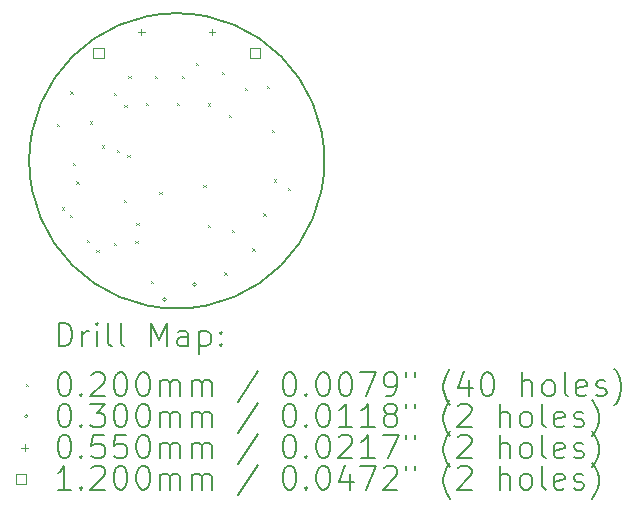
<source format=gbr>
%TF.GenerationSoftware,KiCad,Pcbnew,8.0.5*%
%TF.CreationDate,2025-01-04T18:48:05-06:00*%
%TF.ProjectId,button_transmitter,62757474-6f6e-45f7-9472-616e736d6974,rev?*%
%TF.SameCoordinates,PX481dea0PY631a57d*%
%TF.FileFunction,Drillmap*%
%TF.FilePolarity,Positive*%
%FSLAX45Y45*%
G04 Gerber Fmt 4.5, Leading zero omitted, Abs format (unit mm)*
G04 Created by KiCad (PCBNEW 8.0.5) date 2025-01-04 18:48:05*
%MOMM*%
%LPD*%
G01*
G04 APERTURE LIST*
%ADD10C,0.200000*%
%ADD11C,0.100000*%
%ADD12C,0.120000*%
G04 APERTURE END LIST*
D10*
X1250000Y0D02*
G75*
G02*
X-1250000Y0I-1250000J0D01*
G01*
X-1250000Y0D02*
G75*
G02*
X1250000Y0I1250000J0D01*
G01*
D11*
X-1014000Y312693D02*
X-994000Y292693D01*
X-994000Y312693D02*
X-1014000Y292693D01*
X-972000Y-393307D02*
X-952000Y-413307D01*
X-952000Y-393307D02*
X-972000Y-413307D01*
X-905000Y-458307D02*
X-885000Y-478307D01*
X-885000Y-458307D02*
X-905000Y-478307D01*
X-901000Y587693D02*
X-881000Y567693D01*
X-881000Y587693D02*
X-901000Y567693D01*
X-883000Y-17308D02*
X-863000Y-37308D01*
X-863000Y-17308D02*
X-883000Y-37308D01*
X-851372Y-172496D02*
X-831372Y-192496D01*
X-831372Y-172496D02*
X-851372Y-192496D01*
X-763000Y-668308D02*
X-743000Y-688308D01*
X-743000Y-668308D02*
X-763000Y-688308D01*
X-735000Y335693D02*
X-715000Y315693D01*
X-715000Y335693D02*
X-735000Y315693D01*
X-681000Y-751307D02*
X-661000Y-771307D01*
X-661000Y-751307D02*
X-681000Y-771307D01*
X-637000Y130692D02*
X-617000Y110692D01*
X-617000Y130692D02*
X-637000Y110692D01*
X-534000Y576693D02*
X-514000Y556693D01*
X-514000Y576693D02*
X-534000Y556693D01*
X-533000Y-695308D02*
X-513000Y-715307D01*
X-513000Y-695308D02*
X-533000Y-715307D01*
X-506000Y92692D02*
X-486000Y72693D01*
X-486000Y92692D02*
X-506000Y72693D01*
X-448000Y-329308D02*
X-428000Y-349308D01*
X-428000Y-329308D02*
X-448000Y-349308D01*
X-444000Y472692D02*
X-424000Y452692D01*
X-424000Y472692D02*
X-444000Y452692D01*
X-418000Y50692D02*
X-398000Y30692D01*
X-398000Y50692D02*
X-418000Y30692D01*
X-412000Y718692D02*
X-392000Y698693D01*
X-392000Y718692D02*
X-412000Y698693D01*
X-352000Y-674308D02*
X-332000Y-694308D01*
X-332000Y-674308D02*
X-352000Y-694308D01*
X-343000Y-526308D02*
X-323000Y-546308D01*
X-323000Y-526308D02*
X-343000Y-546308D01*
X-265000Y492692D02*
X-245000Y472692D01*
X-245000Y492692D02*
X-265000Y472692D01*
X-219000Y-1018307D02*
X-199000Y-1038307D01*
X-199000Y-1018307D02*
X-219000Y-1038307D01*
X-184155Y718692D02*
X-164155Y698693D01*
X-164155Y718692D02*
X-184155Y698693D01*
X-148000Y-262308D02*
X-128000Y-282308D01*
X-128000Y-262308D02*
X-148000Y-282308D01*
X-2000Y492692D02*
X18000Y472692D01*
X18000Y492692D02*
X-2000Y472692D01*
X43690Y720603D02*
X63690Y700603D01*
X63690Y720603D02*
X43690Y700603D01*
X163000Y830692D02*
X183000Y810692D01*
X183000Y830692D02*
X163000Y810692D01*
X223000Y-200307D02*
X243000Y-220307D01*
X243000Y-200307D02*
X223000Y-220307D01*
X260000Y-542308D02*
X280000Y-562308D01*
X280000Y-542308D02*
X260000Y-562308D01*
X263000Y487692D02*
X283000Y467692D01*
X283000Y487692D02*
X263000Y467692D01*
X380000Y753224D02*
X400000Y733224D01*
X400000Y753224D02*
X380000Y733224D01*
X402000Y-942307D02*
X422000Y-962307D01*
X422000Y-942307D02*
X402000Y-962307D01*
X439000Y387692D02*
X459000Y367692D01*
X459000Y387692D02*
X439000Y367692D01*
X467000Y-586308D02*
X487000Y-606308D01*
X487000Y-586308D02*
X467000Y-606308D01*
X574886Y616613D02*
X594886Y596613D01*
X594886Y616613D02*
X574886Y596613D01*
X638000Y-741307D02*
X658000Y-761307D01*
X658000Y-741307D02*
X638000Y-761307D01*
X731000Y-444307D02*
X751000Y-464307D01*
X751000Y-444307D02*
X731000Y-464307D01*
X762000Y633693D02*
X782000Y613693D01*
X782000Y633693D02*
X762000Y613693D01*
X807000Y262693D02*
X827000Y242692D01*
X827000Y262693D02*
X807000Y242692D01*
X819000Y-157308D02*
X839000Y-177307D01*
X839000Y-157308D02*
X819000Y-177307D01*
X941000Y-230307D02*
X961000Y-250307D01*
X961000Y-230307D02*
X941000Y-250307D01*
X-89000Y-1175808D02*
G75*
G02*
X-119000Y-1175808I-15000J0D01*
G01*
X-119000Y-1175808D02*
G75*
G02*
X-89000Y-1175808I15000J0D01*
G01*
X165000Y-1048808D02*
G75*
G02*
X135000Y-1048808I-15000J0D01*
G01*
X135000Y-1048808D02*
G75*
G02*
X165000Y-1048808I15000J0D01*
G01*
X-300000Y1120193D02*
X-300000Y1065193D01*
X-327500Y1092693D02*
X-272500Y1092693D01*
X300000Y1120193D02*
X300000Y1065193D01*
X272500Y1092693D02*
X327500Y1092693D01*
D12*
X-620573Y873266D02*
X-620573Y958119D01*
X-705427Y958119D01*
X-705427Y873266D01*
X-620573Y873266D01*
X703427Y873266D02*
X703427Y958119D01*
X618573Y958119D01*
X618573Y873266D01*
X703427Y873266D01*
D10*
X-999223Y-1571484D02*
X-999223Y-1371484D01*
X-999223Y-1371484D02*
X-951604Y-1371484D01*
X-951604Y-1371484D02*
X-923033Y-1381008D01*
X-923033Y-1381008D02*
X-903985Y-1400055D01*
X-903985Y-1400055D02*
X-894461Y-1419103D01*
X-894461Y-1419103D02*
X-884937Y-1457198D01*
X-884937Y-1457198D02*
X-884937Y-1485769D01*
X-884937Y-1485769D02*
X-894461Y-1523865D01*
X-894461Y-1523865D02*
X-903985Y-1542912D01*
X-903985Y-1542912D02*
X-923033Y-1561960D01*
X-923033Y-1561960D02*
X-951604Y-1571484D01*
X-951604Y-1571484D02*
X-999223Y-1571484D01*
X-799223Y-1571484D02*
X-799223Y-1438150D01*
X-799223Y-1476246D02*
X-789699Y-1457198D01*
X-789699Y-1457198D02*
X-780176Y-1447674D01*
X-780176Y-1447674D02*
X-761128Y-1438150D01*
X-761128Y-1438150D02*
X-742080Y-1438150D01*
X-675414Y-1571484D02*
X-675414Y-1438150D01*
X-675414Y-1371484D02*
X-684938Y-1381008D01*
X-684938Y-1381008D02*
X-675414Y-1390531D01*
X-675414Y-1390531D02*
X-665890Y-1381008D01*
X-665890Y-1381008D02*
X-675414Y-1371484D01*
X-675414Y-1371484D02*
X-675414Y-1390531D01*
X-551604Y-1571484D02*
X-570652Y-1561960D01*
X-570652Y-1561960D02*
X-580176Y-1542912D01*
X-580176Y-1542912D02*
X-580176Y-1371484D01*
X-446842Y-1571484D02*
X-465890Y-1561960D01*
X-465890Y-1561960D02*
X-475414Y-1542912D01*
X-475414Y-1542912D02*
X-475414Y-1371484D01*
X-218271Y-1571484D02*
X-218271Y-1371484D01*
X-218271Y-1371484D02*
X-151604Y-1514341D01*
X-151604Y-1514341D02*
X-84938Y-1371484D01*
X-84938Y-1371484D02*
X-84938Y-1571484D01*
X96015Y-1571484D02*
X96015Y-1466722D01*
X96015Y-1466722D02*
X86491Y-1447674D01*
X86491Y-1447674D02*
X67444Y-1438150D01*
X67444Y-1438150D02*
X29348Y-1438150D01*
X29348Y-1438150D02*
X10301Y-1447674D01*
X96015Y-1561960D02*
X76967Y-1571484D01*
X76967Y-1571484D02*
X29348Y-1571484D01*
X29348Y-1571484D02*
X10301Y-1561960D01*
X10301Y-1561960D02*
X777Y-1542912D01*
X777Y-1542912D02*
X777Y-1523865D01*
X777Y-1523865D02*
X10301Y-1504817D01*
X10301Y-1504817D02*
X29348Y-1495293D01*
X29348Y-1495293D02*
X76967Y-1495293D01*
X76967Y-1495293D02*
X96015Y-1485769D01*
X191253Y-1438150D02*
X191253Y-1638150D01*
X191253Y-1447674D02*
X210301Y-1438150D01*
X210301Y-1438150D02*
X248396Y-1438150D01*
X248396Y-1438150D02*
X267444Y-1447674D01*
X267444Y-1447674D02*
X276967Y-1457198D01*
X276967Y-1457198D02*
X286491Y-1476246D01*
X286491Y-1476246D02*
X286491Y-1533388D01*
X286491Y-1533388D02*
X276967Y-1552436D01*
X276967Y-1552436D02*
X267444Y-1561960D01*
X267444Y-1561960D02*
X248396Y-1571484D01*
X248396Y-1571484D02*
X210301Y-1571484D01*
X210301Y-1571484D02*
X191253Y-1561960D01*
X372205Y-1552436D02*
X381729Y-1561960D01*
X381729Y-1561960D02*
X372205Y-1571484D01*
X372205Y-1571484D02*
X362682Y-1561960D01*
X362682Y-1561960D02*
X372205Y-1552436D01*
X372205Y-1552436D02*
X372205Y-1571484D01*
X372205Y-1447674D02*
X381729Y-1457198D01*
X381729Y-1457198D02*
X372205Y-1466722D01*
X372205Y-1466722D02*
X362682Y-1457198D01*
X362682Y-1457198D02*
X372205Y-1447674D01*
X372205Y-1447674D02*
X372205Y-1466722D01*
D11*
X-1280000Y-1890000D02*
X-1260000Y-1910000D01*
X-1260000Y-1890000D02*
X-1280000Y-1910000D01*
D10*
X-961128Y-1791484D02*
X-942080Y-1791484D01*
X-942080Y-1791484D02*
X-923033Y-1801008D01*
X-923033Y-1801008D02*
X-913509Y-1810531D01*
X-913509Y-1810531D02*
X-903985Y-1829579D01*
X-903985Y-1829579D02*
X-894461Y-1867674D01*
X-894461Y-1867674D02*
X-894461Y-1915293D01*
X-894461Y-1915293D02*
X-903985Y-1953388D01*
X-903985Y-1953388D02*
X-913509Y-1972436D01*
X-913509Y-1972436D02*
X-923033Y-1981960D01*
X-923033Y-1981960D02*
X-942080Y-1991484D01*
X-942080Y-1991484D02*
X-961128Y-1991484D01*
X-961128Y-1991484D02*
X-980176Y-1981960D01*
X-980176Y-1981960D02*
X-989699Y-1972436D01*
X-989699Y-1972436D02*
X-999223Y-1953388D01*
X-999223Y-1953388D02*
X-1008747Y-1915293D01*
X-1008747Y-1915293D02*
X-1008747Y-1867674D01*
X-1008747Y-1867674D02*
X-999223Y-1829579D01*
X-999223Y-1829579D02*
X-989699Y-1810531D01*
X-989699Y-1810531D02*
X-980176Y-1801008D01*
X-980176Y-1801008D02*
X-961128Y-1791484D01*
X-808747Y-1972436D02*
X-799223Y-1981960D01*
X-799223Y-1981960D02*
X-808747Y-1991484D01*
X-808747Y-1991484D02*
X-818271Y-1981960D01*
X-818271Y-1981960D02*
X-808747Y-1972436D01*
X-808747Y-1972436D02*
X-808747Y-1991484D01*
X-723033Y-1810531D02*
X-713509Y-1801008D01*
X-713509Y-1801008D02*
X-694461Y-1791484D01*
X-694461Y-1791484D02*
X-646842Y-1791484D01*
X-646842Y-1791484D02*
X-627795Y-1801008D01*
X-627795Y-1801008D02*
X-618271Y-1810531D01*
X-618271Y-1810531D02*
X-608747Y-1829579D01*
X-608747Y-1829579D02*
X-608747Y-1848627D01*
X-608747Y-1848627D02*
X-618271Y-1877198D01*
X-618271Y-1877198D02*
X-732556Y-1991484D01*
X-732556Y-1991484D02*
X-608747Y-1991484D01*
X-484937Y-1791484D02*
X-465890Y-1791484D01*
X-465890Y-1791484D02*
X-446842Y-1801008D01*
X-446842Y-1801008D02*
X-437318Y-1810531D01*
X-437318Y-1810531D02*
X-427795Y-1829579D01*
X-427795Y-1829579D02*
X-418271Y-1867674D01*
X-418271Y-1867674D02*
X-418271Y-1915293D01*
X-418271Y-1915293D02*
X-427795Y-1953388D01*
X-427795Y-1953388D02*
X-437318Y-1972436D01*
X-437318Y-1972436D02*
X-446842Y-1981960D01*
X-446842Y-1981960D02*
X-465890Y-1991484D01*
X-465890Y-1991484D02*
X-484937Y-1991484D01*
X-484937Y-1991484D02*
X-503985Y-1981960D01*
X-503985Y-1981960D02*
X-513509Y-1972436D01*
X-513509Y-1972436D02*
X-523033Y-1953388D01*
X-523033Y-1953388D02*
X-532557Y-1915293D01*
X-532557Y-1915293D02*
X-532557Y-1867674D01*
X-532557Y-1867674D02*
X-523033Y-1829579D01*
X-523033Y-1829579D02*
X-513509Y-1810531D01*
X-513509Y-1810531D02*
X-503985Y-1801008D01*
X-503985Y-1801008D02*
X-484937Y-1791484D01*
X-294461Y-1791484D02*
X-275414Y-1791484D01*
X-275414Y-1791484D02*
X-256366Y-1801008D01*
X-256366Y-1801008D02*
X-246842Y-1810531D01*
X-246842Y-1810531D02*
X-237318Y-1829579D01*
X-237318Y-1829579D02*
X-227795Y-1867674D01*
X-227795Y-1867674D02*
X-227795Y-1915293D01*
X-227795Y-1915293D02*
X-237318Y-1953388D01*
X-237318Y-1953388D02*
X-246842Y-1972436D01*
X-246842Y-1972436D02*
X-256366Y-1981960D01*
X-256366Y-1981960D02*
X-275414Y-1991484D01*
X-275414Y-1991484D02*
X-294461Y-1991484D01*
X-294461Y-1991484D02*
X-313509Y-1981960D01*
X-313509Y-1981960D02*
X-323033Y-1972436D01*
X-323033Y-1972436D02*
X-332557Y-1953388D01*
X-332557Y-1953388D02*
X-342080Y-1915293D01*
X-342080Y-1915293D02*
X-342080Y-1867674D01*
X-342080Y-1867674D02*
X-332557Y-1829579D01*
X-332557Y-1829579D02*
X-323033Y-1810531D01*
X-323033Y-1810531D02*
X-313509Y-1801008D01*
X-313509Y-1801008D02*
X-294461Y-1791484D01*
X-142080Y-1991484D02*
X-142080Y-1858150D01*
X-142080Y-1877198D02*
X-132557Y-1867674D01*
X-132557Y-1867674D02*
X-113509Y-1858150D01*
X-113509Y-1858150D02*
X-84937Y-1858150D01*
X-84937Y-1858150D02*
X-65890Y-1867674D01*
X-65890Y-1867674D02*
X-56366Y-1886722D01*
X-56366Y-1886722D02*
X-56366Y-1991484D01*
X-56366Y-1886722D02*
X-46842Y-1867674D01*
X-46842Y-1867674D02*
X-27795Y-1858150D01*
X-27795Y-1858150D02*
X777Y-1858150D01*
X777Y-1858150D02*
X19825Y-1867674D01*
X19825Y-1867674D02*
X29348Y-1886722D01*
X29348Y-1886722D02*
X29348Y-1991484D01*
X124586Y-1991484D02*
X124586Y-1858150D01*
X124586Y-1877198D02*
X134110Y-1867674D01*
X134110Y-1867674D02*
X153158Y-1858150D01*
X153158Y-1858150D02*
X181729Y-1858150D01*
X181729Y-1858150D02*
X200777Y-1867674D01*
X200777Y-1867674D02*
X210301Y-1886722D01*
X210301Y-1886722D02*
X210301Y-1991484D01*
X210301Y-1886722D02*
X219824Y-1867674D01*
X219824Y-1867674D02*
X238872Y-1858150D01*
X238872Y-1858150D02*
X267444Y-1858150D01*
X267444Y-1858150D02*
X286491Y-1867674D01*
X286491Y-1867674D02*
X296015Y-1886722D01*
X296015Y-1886722D02*
X296015Y-1991484D01*
X686491Y-1781960D02*
X515063Y-2039103D01*
X943634Y-1791484D02*
X962682Y-1791484D01*
X962682Y-1791484D02*
X981729Y-1801008D01*
X981729Y-1801008D02*
X991253Y-1810531D01*
X991253Y-1810531D02*
X1000777Y-1829579D01*
X1000777Y-1829579D02*
X1010301Y-1867674D01*
X1010301Y-1867674D02*
X1010301Y-1915293D01*
X1010301Y-1915293D02*
X1000777Y-1953388D01*
X1000777Y-1953388D02*
X991253Y-1972436D01*
X991253Y-1972436D02*
X981729Y-1981960D01*
X981729Y-1981960D02*
X962682Y-1991484D01*
X962682Y-1991484D02*
X943634Y-1991484D01*
X943634Y-1991484D02*
X924586Y-1981960D01*
X924586Y-1981960D02*
X915063Y-1972436D01*
X915063Y-1972436D02*
X905539Y-1953388D01*
X905539Y-1953388D02*
X896015Y-1915293D01*
X896015Y-1915293D02*
X896015Y-1867674D01*
X896015Y-1867674D02*
X905539Y-1829579D01*
X905539Y-1829579D02*
X915063Y-1810531D01*
X915063Y-1810531D02*
X924586Y-1801008D01*
X924586Y-1801008D02*
X943634Y-1791484D01*
X1096015Y-1972436D02*
X1105539Y-1981960D01*
X1105539Y-1981960D02*
X1096015Y-1991484D01*
X1096015Y-1991484D02*
X1086491Y-1981960D01*
X1086491Y-1981960D02*
X1096015Y-1972436D01*
X1096015Y-1972436D02*
X1096015Y-1991484D01*
X1229348Y-1791484D02*
X1248396Y-1791484D01*
X1248396Y-1791484D02*
X1267444Y-1801008D01*
X1267444Y-1801008D02*
X1276968Y-1810531D01*
X1276968Y-1810531D02*
X1286491Y-1829579D01*
X1286491Y-1829579D02*
X1296015Y-1867674D01*
X1296015Y-1867674D02*
X1296015Y-1915293D01*
X1296015Y-1915293D02*
X1286491Y-1953388D01*
X1286491Y-1953388D02*
X1276968Y-1972436D01*
X1276968Y-1972436D02*
X1267444Y-1981960D01*
X1267444Y-1981960D02*
X1248396Y-1991484D01*
X1248396Y-1991484D02*
X1229348Y-1991484D01*
X1229348Y-1991484D02*
X1210301Y-1981960D01*
X1210301Y-1981960D02*
X1200777Y-1972436D01*
X1200777Y-1972436D02*
X1191253Y-1953388D01*
X1191253Y-1953388D02*
X1181729Y-1915293D01*
X1181729Y-1915293D02*
X1181729Y-1867674D01*
X1181729Y-1867674D02*
X1191253Y-1829579D01*
X1191253Y-1829579D02*
X1200777Y-1810531D01*
X1200777Y-1810531D02*
X1210301Y-1801008D01*
X1210301Y-1801008D02*
X1229348Y-1791484D01*
X1419825Y-1791484D02*
X1438872Y-1791484D01*
X1438872Y-1791484D02*
X1457920Y-1801008D01*
X1457920Y-1801008D02*
X1467444Y-1810531D01*
X1467444Y-1810531D02*
X1476967Y-1829579D01*
X1476967Y-1829579D02*
X1486491Y-1867674D01*
X1486491Y-1867674D02*
X1486491Y-1915293D01*
X1486491Y-1915293D02*
X1476967Y-1953388D01*
X1476967Y-1953388D02*
X1467444Y-1972436D01*
X1467444Y-1972436D02*
X1457920Y-1981960D01*
X1457920Y-1981960D02*
X1438872Y-1991484D01*
X1438872Y-1991484D02*
X1419825Y-1991484D01*
X1419825Y-1991484D02*
X1400777Y-1981960D01*
X1400777Y-1981960D02*
X1391253Y-1972436D01*
X1391253Y-1972436D02*
X1381729Y-1953388D01*
X1381729Y-1953388D02*
X1372206Y-1915293D01*
X1372206Y-1915293D02*
X1372206Y-1867674D01*
X1372206Y-1867674D02*
X1381729Y-1829579D01*
X1381729Y-1829579D02*
X1391253Y-1810531D01*
X1391253Y-1810531D02*
X1400777Y-1801008D01*
X1400777Y-1801008D02*
X1419825Y-1791484D01*
X1553158Y-1791484D02*
X1686491Y-1791484D01*
X1686491Y-1791484D02*
X1600777Y-1991484D01*
X1772206Y-1991484D02*
X1810301Y-1991484D01*
X1810301Y-1991484D02*
X1829348Y-1981960D01*
X1829348Y-1981960D02*
X1838872Y-1972436D01*
X1838872Y-1972436D02*
X1857920Y-1943865D01*
X1857920Y-1943865D02*
X1867444Y-1905769D01*
X1867444Y-1905769D02*
X1867444Y-1829579D01*
X1867444Y-1829579D02*
X1857920Y-1810531D01*
X1857920Y-1810531D02*
X1848396Y-1801008D01*
X1848396Y-1801008D02*
X1829348Y-1791484D01*
X1829348Y-1791484D02*
X1791253Y-1791484D01*
X1791253Y-1791484D02*
X1772206Y-1801008D01*
X1772206Y-1801008D02*
X1762682Y-1810531D01*
X1762682Y-1810531D02*
X1753158Y-1829579D01*
X1753158Y-1829579D02*
X1753158Y-1877198D01*
X1753158Y-1877198D02*
X1762682Y-1896246D01*
X1762682Y-1896246D02*
X1772206Y-1905769D01*
X1772206Y-1905769D02*
X1791253Y-1915293D01*
X1791253Y-1915293D02*
X1829348Y-1915293D01*
X1829348Y-1915293D02*
X1848396Y-1905769D01*
X1848396Y-1905769D02*
X1857920Y-1896246D01*
X1857920Y-1896246D02*
X1867444Y-1877198D01*
X1943634Y-1791484D02*
X1943634Y-1829579D01*
X2019825Y-1791484D02*
X2019825Y-1829579D01*
X2315063Y-2067674D02*
X2305539Y-2058150D01*
X2305539Y-2058150D02*
X2286491Y-2029579D01*
X2286491Y-2029579D02*
X2276968Y-2010531D01*
X2276968Y-2010531D02*
X2267444Y-1981960D01*
X2267444Y-1981960D02*
X2257920Y-1934341D01*
X2257920Y-1934341D02*
X2257920Y-1896246D01*
X2257920Y-1896246D02*
X2267444Y-1848627D01*
X2267444Y-1848627D02*
X2276968Y-1820055D01*
X2276968Y-1820055D02*
X2286491Y-1801008D01*
X2286491Y-1801008D02*
X2305539Y-1772436D01*
X2305539Y-1772436D02*
X2315063Y-1762912D01*
X2476968Y-1858150D02*
X2476968Y-1991484D01*
X2429349Y-1781960D02*
X2381730Y-1924817D01*
X2381730Y-1924817D02*
X2505539Y-1924817D01*
X2619825Y-1791484D02*
X2638872Y-1791484D01*
X2638872Y-1791484D02*
X2657920Y-1801008D01*
X2657920Y-1801008D02*
X2667444Y-1810531D01*
X2667444Y-1810531D02*
X2676968Y-1829579D01*
X2676968Y-1829579D02*
X2686491Y-1867674D01*
X2686491Y-1867674D02*
X2686491Y-1915293D01*
X2686491Y-1915293D02*
X2676968Y-1953388D01*
X2676968Y-1953388D02*
X2667444Y-1972436D01*
X2667444Y-1972436D02*
X2657920Y-1981960D01*
X2657920Y-1981960D02*
X2638872Y-1991484D01*
X2638872Y-1991484D02*
X2619825Y-1991484D01*
X2619825Y-1991484D02*
X2600777Y-1981960D01*
X2600777Y-1981960D02*
X2591253Y-1972436D01*
X2591253Y-1972436D02*
X2581730Y-1953388D01*
X2581730Y-1953388D02*
X2572206Y-1915293D01*
X2572206Y-1915293D02*
X2572206Y-1867674D01*
X2572206Y-1867674D02*
X2581730Y-1829579D01*
X2581730Y-1829579D02*
X2591253Y-1810531D01*
X2591253Y-1810531D02*
X2600777Y-1801008D01*
X2600777Y-1801008D02*
X2619825Y-1791484D01*
X2924587Y-1991484D02*
X2924587Y-1791484D01*
X3010301Y-1991484D02*
X3010301Y-1886722D01*
X3010301Y-1886722D02*
X3000777Y-1867674D01*
X3000777Y-1867674D02*
X2981730Y-1858150D01*
X2981730Y-1858150D02*
X2953158Y-1858150D01*
X2953158Y-1858150D02*
X2934110Y-1867674D01*
X2934110Y-1867674D02*
X2924587Y-1877198D01*
X3134110Y-1991484D02*
X3115063Y-1981960D01*
X3115063Y-1981960D02*
X3105539Y-1972436D01*
X3105539Y-1972436D02*
X3096015Y-1953388D01*
X3096015Y-1953388D02*
X3096015Y-1896246D01*
X3096015Y-1896246D02*
X3105539Y-1877198D01*
X3105539Y-1877198D02*
X3115063Y-1867674D01*
X3115063Y-1867674D02*
X3134110Y-1858150D01*
X3134110Y-1858150D02*
X3162682Y-1858150D01*
X3162682Y-1858150D02*
X3181730Y-1867674D01*
X3181730Y-1867674D02*
X3191253Y-1877198D01*
X3191253Y-1877198D02*
X3200777Y-1896246D01*
X3200777Y-1896246D02*
X3200777Y-1953388D01*
X3200777Y-1953388D02*
X3191253Y-1972436D01*
X3191253Y-1972436D02*
X3181730Y-1981960D01*
X3181730Y-1981960D02*
X3162682Y-1991484D01*
X3162682Y-1991484D02*
X3134110Y-1991484D01*
X3315063Y-1991484D02*
X3296015Y-1981960D01*
X3296015Y-1981960D02*
X3286491Y-1962912D01*
X3286491Y-1962912D02*
X3286491Y-1791484D01*
X3467444Y-1981960D02*
X3448396Y-1991484D01*
X3448396Y-1991484D02*
X3410301Y-1991484D01*
X3410301Y-1991484D02*
X3391253Y-1981960D01*
X3391253Y-1981960D02*
X3381730Y-1962912D01*
X3381730Y-1962912D02*
X3381730Y-1886722D01*
X3381730Y-1886722D02*
X3391253Y-1867674D01*
X3391253Y-1867674D02*
X3410301Y-1858150D01*
X3410301Y-1858150D02*
X3448396Y-1858150D01*
X3448396Y-1858150D02*
X3467444Y-1867674D01*
X3467444Y-1867674D02*
X3476968Y-1886722D01*
X3476968Y-1886722D02*
X3476968Y-1905769D01*
X3476968Y-1905769D02*
X3381730Y-1924817D01*
X3553158Y-1981960D02*
X3572206Y-1991484D01*
X3572206Y-1991484D02*
X3610301Y-1991484D01*
X3610301Y-1991484D02*
X3629349Y-1981960D01*
X3629349Y-1981960D02*
X3638872Y-1962912D01*
X3638872Y-1962912D02*
X3638872Y-1953388D01*
X3638872Y-1953388D02*
X3629349Y-1934341D01*
X3629349Y-1934341D02*
X3610301Y-1924817D01*
X3610301Y-1924817D02*
X3581730Y-1924817D01*
X3581730Y-1924817D02*
X3562682Y-1915293D01*
X3562682Y-1915293D02*
X3553158Y-1896246D01*
X3553158Y-1896246D02*
X3553158Y-1886722D01*
X3553158Y-1886722D02*
X3562682Y-1867674D01*
X3562682Y-1867674D02*
X3581730Y-1858150D01*
X3581730Y-1858150D02*
X3610301Y-1858150D01*
X3610301Y-1858150D02*
X3629349Y-1867674D01*
X3705539Y-2067674D02*
X3715063Y-2058150D01*
X3715063Y-2058150D02*
X3734111Y-2029579D01*
X3734111Y-2029579D02*
X3743634Y-2010531D01*
X3743634Y-2010531D02*
X3753158Y-1981960D01*
X3753158Y-1981960D02*
X3762682Y-1934341D01*
X3762682Y-1934341D02*
X3762682Y-1896246D01*
X3762682Y-1896246D02*
X3753158Y-1848627D01*
X3753158Y-1848627D02*
X3743634Y-1820055D01*
X3743634Y-1820055D02*
X3734111Y-1801008D01*
X3734111Y-1801008D02*
X3715063Y-1772436D01*
X3715063Y-1772436D02*
X3705539Y-1762912D01*
D11*
X-1260000Y-2164000D02*
G75*
G02*
X-1290000Y-2164000I-15000J0D01*
G01*
X-1290000Y-2164000D02*
G75*
G02*
X-1260000Y-2164000I15000J0D01*
G01*
D10*
X-961128Y-2055484D02*
X-942080Y-2055484D01*
X-942080Y-2055484D02*
X-923033Y-2065008D01*
X-923033Y-2065008D02*
X-913509Y-2074531D01*
X-913509Y-2074531D02*
X-903985Y-2093579D01*
X-903985Y-2093579D02*
X-894461Y-2131674D01*
X-894461Y-2131674D02*
X-894461Y-2179293D01*
X-894461Y-2179293D02*
X-903985Y-2217389D01*
X-903985Y-2217389D02*
X-913509Y-2236436D01*
X-913509Y-2236436D02*
X-923033Y-2245960D01*
X-923033Y-2245960D02*
X-942080Y-2255484D01*
X-942080Y-2255484D02*
X-961128Y-2255484D01*
X-961128Y-2255484D02*
X-980176Y-2245960D01*
X-980176Y-2245960D02*
X-989699Y-2236436D01*
X-989699Y-2236436D02*
X-999223Y-2217389D01*
X-999223Y-2217389D02*
X-1008747Y-2179293D01*
X-1008747Y-2179293D02*
X-1008747Y-2131674D01*
X-1008747Y-2131674D02*
X-999223Y-2093579D01*
X-999223Y-2093579D02*
X-989699Y-2074531D01*
X-989699Y-2074531D02*
X-980176Y-2065008D01*
X-980176Y-2065008D02*
X-961128Y-2055484D01*
X-808747Y-2236436D02*
X-799223Y-2245960D01*
X-799223Y-2245960D02*
X-808747Y-2255484D01*
X-808747Y-2255484D02*
X-818271Y-2245960D01*
X-818271Y-2245960D02*
X-808747Y-2236436D01*
X-808747Y-2236436D02*
X-808747Y-2255484D01*
X-732556Y-2055484D02*
X-608747Y-2055484D01*
X-608747Y-2055484D02*
X-675414Y-2131674D01*
X-675414Y-2131674D02*
X-646842Y-2131674D01*
X-646842Y-2131674D02*
X-627795Y-2141198D01*
X-627795Y-2141198D02*
X-618271Y-2150722D01*
X-618271Y-2150722D02*
X-608747Y-2169770D01*
X-608747Y-2169770D02*
X-608747Y-2217389D01*
X-608747Y-2217389D02*
X-618271Y-2236436D01*
X-618271Y-2236436D02*
X-627795Y-2245960D01*
X-627795Y-2245960D02*
X-646842Y-2255484D01*
X-646842Y-2255484D02*
X-703985Y-2255484D01*
X-703985Y-2255484D02*
X-723033Y-2245960D01*
X-723033Y-2245960D02*
X-732556Y-2236436D01*
X-484937Y-2055484D02*
X-465890Y-2055484D01*
X-465890Y-2055484D02*
X-446842Y-2065008D01*
X-446842Y-2065008D02*
X-437318Y-2074531D01*
X-437318Y-2074531D02*
X-427795Y-2093579D01*
X-427795Y-2093579D02*
X-418271Y-2131674D01*
X-418271Y-2131674D02*
X-418271Y-2179293D01*
X-418271Y-2179293D02*
X-427795Y-2217389D01*
X-427795Y-2217389D02*
X-437318Y-2236436D01*
X-437318Y-2236436D02*
X-446842Y-2245960D01*
X-446842Y-2245960D02*
X-465890Y-2255484D01*
X-465890Y-2255484D02*
X-484937Y-2255484D01*
X-484937Y-2255484D02*
X-503985Y-2245960D01*
X-503985Y-2245960D02*
X-513509Y-2236436D01*
X-513509Y-2236436D02*
X-523033Y-2217389D01*
X-523033Y-2217389D02*
X-532557Y-2179293D01*
X-532557Y-2179293D02*
X-532557Y-2131674D01*
X-532557Y-2131674D02*
X-523033Y-2093579D01*
X-523033Y-2093579D02*
X-513509Y-2074531D01*
X-513509Y-2074531D02*
X-503985Y-2065008D01*
X-503985Y-2065008D02*
X-484937Y-2055484D01*
X-294461Y-2055484D02*
X-275414Y-2055484D01*
X-275414Y-2055484D02*
X-256366Y-2065008D01*
X-256366Y-2065008D02*
X-246842Y-2074531D01*
X-246842Y-2074531D02*
X-237318Y-2093579D01*
X-237318Y-2093579D02*
X-227795Y-2131674D01*
X-227795Y-2131674D02*
X-227795Y-2179293D01*
X-227795Y-2179293D02*
X-237318Y-2217389D01*
X-237318Y-2217389D02*
X-246842Y-2236436D01*
X-246842Y-2236436D02*
X-256366Y-2245960D01*
X-256366Y-2245960D02*
X-275414Y-2255484D01*
X-275414Y-2255484D02*
X-294461Y-2255484D01*
X-294461Y-2255484D02*
X-313509Y-2245960D01*
X-313509Y-2245960D02*
X-323033Y-2236436D01*
X-323033Y-2236436D02*
X-332557Y-2217389D01*
X-332557Y-2217389D02*
X-342080Y-2179293D01*
X-342080Y-2179293D02*
X-342080Y-2131674D01*
X-342080Y-2131674D02*
X-332557Y-2093579D01*
X-332557Y-2093579D02*
X-323033Y-2074531D01*
X-323033Y-2074531D02*
X-313509Y-2065008D01*
X-313509Y-2065008D02*
X-294461Y-2055484D01*
X-142080Y-2255484D02*
X-142080Y-2122150D01*
X-142080Y-2141198D02*
X-132557Y-2131674D01*
X-132557Y-2131674D02*
X-113509Y-2122150D01*
X-113509Y-2122150D02*
X-84937Y-2122150D01*
X-84937Y-2122150D02*
X-65890Y-2131674D01*
X-65890Y-2131674D02*
X-56366Y-2150722D01*
X-56366Y-2150722D02*
X-56366Y-2255484D01*
X-56366Y-2150722D02*
X-46842Y-2131674D01*
X-46842Y-2131674D02*
X-27795Y-2122150D01*
X-27795Y-2122150D02*
X777Y-2122150D01*
X777Y-2122150D02*
X19825Y-2131674D01*
X19825Y-2131674D02*
X29348Y-2150722D01*
X29348Y-2150722D02*
X29348Y-2255484D01*
X124586Y-2255484D02*
X124586Y-2122150D01*
X124586Y-2141198D02*
X134110Y-2131674D01*
X134110Y-2131674D02*
X153158Y-2122150D01*
X153158Y-2122150D02*
X181729Y-2122150D01*
X181729Y-2122150D02*
X200777Y-2131674D01*
X200777Y-2131674D02*
X210301Y-2150722D01*
X210301Y-2150722D02*
X210301Y-2255484D01*
X210301Y-2150722D02*
X219824Y-2131674D01*
X219824Y-2131674D02*
X238872Y-2122150D01*
X238872Y-2122150D02*
X267444Y-2122150D01*
X267444Y-2122150D02*
X286491Y-2131674D01*
X286491Y-2131674D02*
X296015Y-2150722D01*
X296015Y-2150722D02*
X296015Y-2255484D01*
X686491Y-2045960D02*
X515063Y-2303103D01*
X943634Y-2055484D02*
X962682Y-2055484D01*
X962682Y-2055484D02*
X981729Y-2065008D01*
X981729Y-2065008D02*
X991253Y-2074531D01*
X991253Y-2074531D02*
X1000777Y-2093579D01*
X1000777Y-2093579D02*
X1010301Y-2131674D01*
X1010301Y-2131674D02*
X1010301Y-2179293D01*
X1010301Y-2179293D02*
X1000777Y-2217389D01*
X1000777Y-2217389D02*
X991253Y-2236436D01*
X991253Y-2236436D02*
X981729Y-2245960D01*
X981729Y-2245960D02*
X962682Y-2255484D01*
X962682Y-2255484D02*
X943634Y-2255484D01*
X943634Y-2255484D02*
X924586Y-2245960D01*
X924586Y-2245960D02*
X915063Y-2236436D01*
X915063Y-2236436D02*
X905539Y-2217389D01*
X905539Y-2217389D02*
X896015Y-2179293D01*
X896015Y-2179293D02*
X896015Y-2131674D01*
X896015Y-2131674D02*
X905539Y-2093579D01*
X905539Y-2093579D02*
X915063Y-2074531D01*
X915063Y-2074531D02*
X924586Y-2065008D01*
X924586Y-2065008D02*
X943634Y-2055484D01*
X1096015Y-2236436D02*
X1105539Y-2245960D01*
X1105539Y-2245960D02*
X1096015Y-2255484D01*
X1096015Y-2255484D02*
X1086491Y-2245960D01*
X1086491Y-2245960D02*
X1096015Y-2236436D01*
X1096015Y-2236436D02*
X1096015Y-2255484D01*
X1229348Y-2055484D02*
X1248396Y-2055484D01*
X1248396Y-2055484D02*
X1267444Y-2065008D01*
X1267444Y-2065008D02*
X1276968Y-2074531D01*
X1276968Y-2074531D02*
X1286491Y-2093579D01*
X1286491Y-2093579D02*
X1296015Y-2131674D01*
X1296015Y-2131674D02*
X1296015Y-2179293D01*
X1296015Y-2179293D02*
X1286491Y-2217389D01*
X1286491Y-2217389D02*
X1276968Y-2236436D01*
X1276968Y-2236436D02*
X1267444Y-2245960D01*
X1267444Y-2245960D02*
X1248396Y-2255484D01*
X1248396Y-2255484D02*
X1229348Y-2255484D01*
X1229348Y-2255484D02*
X1210301Y-2245960D01*
X1210301Y-2245960D02*
X1200777Y-2236436D01*
X1200777Y-2236436D02*
X1191253Y-2217389D01*
X1191253Y-2217389D02*
X1181729Y-2179293D01*
X1181729Y-2179293D02*
X1181729Y-2131674D01*
X1181729Y-2131674D02*
X1191253Y-2093579D01*
X1191253Y-2093579D02*
X1200777Y-2074531D01*
X1200777Y-2074531D02*
X1210301Y-2065008D01*
X1210301Y-2065008D02*
X1229348Y-2055484D01*
X1486491Y-2255484D02*
X1372206Y-2255484D01*
X1429348Y-2255484D02*
X1429348Y-2055484D01*
X1429348Y-2055484D02*
X1410301Y-2084055D01*
X1410301Y-2084055D02*
X1391253Y-2103103D01*
X1391253Y-2103103D02*
X1372206Y-2112627D01*
X1676967Y-2255484D02*
X1562682Y-2255484D01*
X1619825Y-2255484D02*
X1619825Y-2055484D01*
X1619825Y-2055484D02*
X1600777Y-2084055D01*
X1600777Y-2084055D02*
X1581729Y-2103103D01*
X1581729Y-2103103D02*
X1562682Y-2112627D01*
X1791253Y-2141198D02*
X1772206Y-2131674D01*
X1772206Y-2131674D02*
X1762682Y-2122150D01*
X1762682Y-2122150D02*
X1753158Y-2103103D01*
X1753158Y-2103103D02*
X1753158Y-2093579D01*
X1753158Y-2093579D02*
X1762682Y-2074531D01*
X1762682Y-2074531D02*
X1772206Y-2065008D01*
X1772206Y-2065008D02*
X1791253Y-2055484D01*
X1791253Y-2055484D02*
X1829348Y-2055484D01*
X1829348Y-2055484D02*
X1848396Y-2065008D01*
X1848396Y-2065008D02*
X1857920Y-2074531D01*
X1857920Y-2074531D02*
X1867444Y-2093579D01*
X1867444Y-2093579D02*
X1867444Y-2103103D01*
X1867444Y-2103103D02*
X1857920Y-2122150D01*
X1857920Y-2122150D02*
X1848396Y-2131674D01*
X1848396Y-2131674D02*
X1829348Y-2141198D01*
X1829348Y-2141198D02*
X1791253Y-2141198D01*
X1791253Y-2141198D02*
X1772206Y-2150722D01*
X1772206Y-2150722D02*
X1762682Y-2160246D01*
X1762682Y-2160246D02*
X1753158Y-2179293D01*
X1753158Y-2179293D02*
X1753158Y-2217389D01*
X1753158Y-2217389D02*
X1762682Y-2236436D01*
X1762682Y-2236436D02*
X1772206Y-2245960D01*
X1772206Y-2245960D02*
X1791253Y-2255484D01*
X1791253Y-2255484D02*
X1829348Y-2255484D01*
X1829348Y-2255484D02*
X1848396Y-2245960D01*
X1848396Y-2245960D02*
X1857920Y-2236436D01*
X1857920Y-2236436D02*
X1867444Y-2217389D01*
X1867444Y-2217389D02*
X1867444Y-2179293D01*
X1867444Y-2179293D02*
X1857920Y-2160246D01*
X1857920Y-2160246D02*
X1848396Y-2150722D01*
X1848396Y-2150722D02*
X1829348Y-2141198D01*
X1943634Y-2055484D02*
X1943634Y-2093579D01*
X2019825Y-2055484D02*
X2019825Y-2093579D01*
X2315063Y-2331674D02*
X2305539Y-2322150D01*
X2305539Y-2322150D02*
X2286491Y-2293579D01*
X2286491Y-2293579D02*
X2276968Y-2274531D01*
X2276968Y-2274531D02*
X2267444Y-2245960D01*
X2267444Y-2245960D02*
X2257920Y-2198341D01*
X2257920Y-2198341D02*
X2257920Y-2160246D01*
X2257920Y-2160246D02*
X2267444Y-2112627D01*
X2267444Y-2112627D02*
X2276968Y-2084055D01*
X2276968Y-2084055D02*
X2286491Y-2065008D01*
X2286491Y-2065008D02*
X2305539Y-2036436D01*
X2305539Y-2036436D02*
X2315063Y-2026912D01*
X2381730Y-2074531D02*
X2391253Y-2065008D01*
X2391253Y-2065008D02*
X2410301Y-2055484D01*
X2410301Y-2055484D02*
X2457920Y-2055484D01*
X2457920Y-2055484D02*
X2476968Y-2065008D01*
X2476968Y-2065008D02*
X2486491Y-2074531D01*
X2486491Y-2074531D02*
X2496015Y-2093579D01*
X2496015Y-2093579D02*
X2496015Y-2112627D01*
X2496015Y-2112627D02*
X2486491Y-2141198D01*
X2486491Y-2141198D02*
X2372206Y-2255484D01*
X2372206Y-2255484D02*
X2496015Y-2255484D01*
X2734111Y-2255484D02*
X2734111Y-2055484D01*
X2819825Y-2255484D02*
X2819825Y-2150722D01*
X2819825Y-2150722D02*
X2810301Y-2131674D01*
X2810301Y-2131674D02*
X2791253Y-2122150D01*
X2791253Y-2122150D02*
X2762682Y-2122150D01*
X2762682Y-2122150D02*
X2743634Y-2131674D01*
X2743634Y-2131674D02*
X2734111Y-2141198D01*
X2943634Y-2255484D02*
X2924587Y-2245960D01*
X2924587Y-2245960D02*
X2915063Y-2236436D01*
X2915063Y-2236436D02*
X2905539Y-2217389D01*
X2905539Y-2217389D02*
X2905539Y-2160246D01*
X2905539Y-2160246D02*
X2915063Y-2141198D01*
X2915063Y-2141198D02*
X2924587Y-2131674D01*
X2924587Y-2131674D02*
X2943634Y-2122150D01*
X2943634Y-2122150D02*
X2972206Y-2122150D01*
X2972206Y-2122150D02*
X2991253Y-2131674D01*
X2991253Y-2131674D02*
X3000777Y-2141198D01*
X3000777Y-2141198D02*
X3010301Y-2160246D01*
X3010301Y-2160246D02*
X3010301Y-2217389D01*
X3010301Y-2217389D02*
X3000777Y-2236436D01*
X3000777Y-2236436D02*
X2991253Y-2245960D01*
X2991253Y-2245960D02*
X2972206Y-2255484D01*
X2972206Y-2255484D02*
X2943634Y-2255484D01*
X3124587Y-2255484D02*
X3105539Y-2245960D01*
X3105539Y-2245960D02*
X3096015Y-2226912D01*
X3096015Y-2226912D02*
X3096015Y-2055484D01*
X3276968Y-2245960D02*
X3257920Y-2255484D01*
X3257920Y-2255484D02*
X3219825Y-2255484D01*
X3219825Y-2255484D02*
X3200777Y-2245960D01*
X3200777Y-2245960D02*
X3191253Y-2226912D01*
X3191253Y-2226912D02*
X3191253Y-2150722D01*
X3191253Y-2150722D02*
X3200777Y-2131674D01*
X3200777Y-2131674D02*
X3219825Y-2122150D01*
X3219825Y-2122150D02*
X3257920Y-2122150D01*
X3257920Y-2122150D02*
X3276968Y-2131674D01*
X3276968Y-2131674D02*
X3286491Y-2150722D01*
X3286491Y-2150722D02*
X3286491Y-2169770D01*
X3286491Y-2169770D02*
X3191253Y-2188817D01*
X3362682Y-2245960D02*
X3381730Y-2255484D01*
X3381730Y-2255484D02*
X3419825Y-2255484D01*
X3419825Y-2255484D02*
X3438872Y-2245960D01*
X3438872Y-2245960D02*
X3448396Y-2226912D01*
X3448396Y-2226912D02*
X3448396Y-2217389D01*
X3448396Y-2217389D02*
X3438872Y-2198341D01*
X3438872Y-2198341D02*
X3419825Y-2188817D01*
X3419825Y-2188817D02*
X3391253Y-2188817D01*
X3391253Y-2188817D02*
X3372206Y-2179293D01*
X3372206Y-2179293D02*
X3362682Y-2160246D01*
X3362682Y-2160246D02*
X3362682Y-2150722D01*
X3362682Y-2150722D02*
X3372206Y-2131674D01*
X3372206Y-2131674D02*
X3391253Y-2122150D01*
X3391253Y-2122150D02*
X3419825Y-2122150D01*
X3419825Y-2122150D02*
X3438872Y-2131674D01*
X3515063Y-2331674D02*
X3524587Y-2322150D01*
X3524587Y-2322150D02*
X3543634Y-2293579D01*
X3543634Y-2293579D02*
X3553158Y-2274531D01*
X3553158Y-2274531D02*
X3562682Y-2245960D01*
X3562682Y-2245960D02*
X3572206Y-2198341D01*
X3572206Y-2198341D02*
X3572206Y-2160246D01*
X3572206Y-2160246D02*
X3562682Y-2112627D01*
X3562682Y-2112627D02*
X3553158Y-2084055D01*
X3553158Y-2084055D02*
X3543634Y-2065008D01*
X3543634Y-2065008D02*
X3524587Y-2036436D01*
X3524587Y-2036436D02*
X3515063Y-2026912D01*
D11*
X-1287500Y-2400500D02*
X-1287500Y-2455500D01*
X-1315000Y-2428000D02*
X-1260000Y-2428000D01*
D10*
X-961128Y-2319484D02*
X-942080Y-2319484D01*
X-942080Y-2319484D02*
X-923033Y-2329008D01*
X-923033Y-2329008D02*
X-913509Y-2338531D01*
X-913509Y-2338531D02*
X-903985Y-2357579D01*
X-903985Y-2357579D02*
X-894461Y-2395674D01*
X-894461Y-2395674D02*
X-894461Y-2443293D01*
X-894461Y-2443293D02*
X-903985Y-2481389D01*
X-903985Y-2481389D02*
X-913509Y-2500436D01*
X-913509Y-2500436D02*
X-923033Y-2509960D01*
X-923033Y-2509960D02*
X-942080Y-2519484D01*
X-942080Y-2519484D02*
X-961128Y-2519484D01*
X-961128Y-2519484D02*
X-980176Y-2509960D01*
X-980176Y-2509960D02*
X-989699Y-2500436D01*
X-989699Y-2500436D02*
X-999223Y-2481389D01*
X-999223Y-2481389D02*
X-1008747Y-2443293D01*
X-1008747Y-2443293D02*
X-1008747Y-2395674D01*
X-1008747Y-2395674D02*
X-999223Y-2357579D01*
X-999223Y-2357579D02*
X-989699Y-2338531D01*
X-989699Y-2338531D02*
X-980176Y-2329008D01*
X-980176Y-2329008D02*
X-961128Y-2319484D01*
X-808747Y-2500436D02*
X-799223Y-2509960D01*
X-799223Y-2509960D02*
X-808747Y-2519484D01*
X-808747Y-2519484D02*
X-818271Y-2509960D01*
X-818271Y-2509960D02*
X-808747Y-2500436D01*
X-808747Y-2500436D02*
X-808747Y-2519484D01*
X-618271Y-2319484D02*
X-713509Y-2319484D01*
X-713509Y-2319484D02*
X-723033Y-2414722D01*
X-723033Y-2414722D02*
X-713509Y-2405198D01*
X-713509Y-2405198D02*
X-694461Y-2395674D01*
X-694461Y-2395674D02*
X-646842Y-2395674D01*
X-646842Y-2395674D02*
X-627795Y-2405198D01*
X-627795Y-2405198D02*
X-618271Y-2414722D01*
X-618271Y-2414722D02*
X-608747Y-2433770D01*
X-608747Y-2433770D02*
X-608747Y-2481389D01*
X-608747Y-2481389D02*
X-618271Y-2500436D01*
X-618271Y-2500436D02*
X-627795Y-2509960D01*
X-627795Y-2509960D02*
X-646842Y-2519484D01*
X-646842Y-2519484D02*
X-694461Y-2519484D01*
X-694461Y-2519484D02*
X-713509Y-2509960D01*
X-713509Y-2509960D02*
X-723033Y-2500436D01*
X-427795Y-2319484D02*
X-523033Y-2319484D01*
X-523033Y-2319484D02*
X-532557Y-2414722D01*
X-532557Y-2414722D02*
X-523033Y-2405198D01*
X-523033Y-2405198D02*
X-503985Y-2395674D01*
X-503985Y-2395674D02*
X-456366Y-2395674D01*
X-456366Y-2395674D02*
X-437318Y-2405198D01*
X-437318Y-2405198D02*
X-427795Y-2414722D01*
X-427795Y-2414722D02*
X-418271Y-2433770D01*
X-418271Y-2433770D02*
X-418271Y-2481389D01*
X-418271Y-2481389D02*
X-427795Y-2500436D01*
X-427795Y-2500436D02*
X-437318Y-2509960D01*
X-437318Y-2509960D02*
X-456366Y-2519484D01*
X-456366Y-2519484D02*
X-503985Y-2519484D01*
X-503985Y-2519484D02*
X-523033Y-2509960D01*
X-523033Y-2509960D02*
X-532557Y-2500436D01*
X-294461Y-2319484D02*
X-275414Y-2319484D01*
X-275414Y-2319484D02*
X-256366Y-2329008D01*
X-256366Y-2329008D02*
X-246842Y-2338531D01*
X-246842Y-2338531D02*
X-237318Y-2357579D01*
X-237318Y-2357579D02*
X-227795Y-2395674D01*
X-227795Y-2395674D02*
X-227795Y-2443293D01*
X-227795Y-2443293D02*
X-237318Y-2481389D01*
X-237318Y-2481389D02*
X-246842Y-2500436D01*
X-246842Y-2500436D02*
X-256366Y-2509960D01*
X-256366Y-2509960D02*
X-275414Y-2519484D01*
X-275414Y-2519484D02*
X-294461Y-2519484D01*
X-294461Y-2519484D02*
X-313509Y-2509960D01*
X-313509Y-2509960D02*
X-323033Y-2500436D01*
X-323033Y-2500436D02*
X-332557Y-2481389D01*
X-332557Y-2481389D02*
X-342080Y-2443293D01*
X-342080Y-2443293D02*
X-342080Y-2395674D01*
X-342080Y-2395674D02*
X-332557Y-2357579D01*
X-332557Y-2357579D02*
X-323033Y-2338531D01*
X-323033Y-2338531D02*
X-313509Y-2329008D01*
X-313509Y-2329008D02*
X-294461Y-2319484D01*
X-142080Y-2519484D02*
X-142080Y-2386150D01*
X-142080Y-2405198D02*
X-132557Y-2395674D01*
X-132557Y-2395674D02*
X-113509Y-2386150D01*
X-113509Y-2386150D02*
X-84937Y-2386150D01*
X-84937Y-2386150D02*
X-65890Y-2395674D01*
X-65890Y-2395674D02*
X-56366Y-2414722D01*
X-56366Y-2414722D02*
X-56366Y-2519484D01*
X-56366Y-2414722D02*
X-46842Y-2395674D01*
X-46842Y-2395674D02*
X-27795Y-2386150D01*
X-27795Y-2386150D02*
X777Y-2386150D01*
X777Y-2386150D02*
X19825Y-2395674D01*
X19825Y-2395674D02*
X29348Y-2414722D01*
X29348Y-2414722D02*
X29348Y-2519484D01*
X124586Y-2519484D02*
X124586Y-2386150D01*
X124586Y-2405198D02*
X134110Y-2395674D01*
X134110Y-2395674D02*
X153158Y-2386150D01*
X153158Y-2386150D02*
X181729Y-2386150D01*
X181729Y-2386150D02*
X200777Y-2395674D01*
X200777Y-2395674D02*
X210301Y-2414722D01*
X210301Y-2414722D02*
X210301Y-2519484D01*
X210301Y-2414722D02*
X219824Y-2395674D01*
X219824Y-2395674D02*
X238872Y-2386150D01*
X238872Y-2386150D02*
X267444Y-2386150D01*
X267444Y-2386150D02*
X286491Y-2395674D01*
X286491Y-2395674D02*
X296015Y-2414722D01*
X296015Y-2414722D02*
X296015Y-2519484D01*
X686491Y-2309960D02*
X515063Y-2567103D01*
X943634Y-2319484D02*
X962682Y-2319484D01*
X962682Y-2319484D02*
X981729Y-2329008D01*
X981729Y-2329008D02*
X991253Y-2338531D01*
X991253Y-2338531D02*
X1000777Y-2357579D01*
X1000777Y-2357579D02*
X1010301Y-2395674D01*
X1010301Y-2395674D02*
X1010301Y-2443293D01*
X1010301Y-2443293D02*
X1000777Y-2481389D01*
X1000777Y-2481389D02*
X991253Y-2500436D01*
X991253Y-2500436D02*
X981729Y-2509960D01*
X981729Y-2509960D02*
X962682Y-2519484D01*
X962682Y-2519484D02*
X943634Y-2519484D01*
X943634Y-2519484D02*
X924586Y-2509960D01*
X924586Y-2509960D02*
X915063Y-2500436D01*
X915063Y-2500436D02*
X905539Y-2481389D01*
X905539Y-2481389D02*
X896015Y-2443293D01*
X896015Y-2443293D02*
X896015Y-2395674D01*
X896015Y-2395674D02*
X905539Y-2357579D01*
X905539Y-2357579D02*
X915063Y-2338531D01*
X915063Y-2338531D02*
X924586Y-2329008D01*
X924586Y-2329008D02*
X943634Y-2319484D01*
X1096015Y-2500436D02*
X1105539Y-2509960D01*
X1105539Y-2509960D02*
X1096015Y-2519484D01*
X1096015Y-2519484D02*
X1086491Y-2509960D01*
X1086491Y-2509960D02*
X1096015Y-2500436D01*
X1096015Y-2500436D02*
X1096015Y-2519484D01*
X1229348Y-2319484D02*
X1248396Y-2319484D01*
X1248396Y-2319484D02*
X1267444Y-2329008D01*
X1267444Y-2329008D02*
X1276968Y-2338531D01*
X1276968Y-2338531D02*
X1286491Y-2357579D01*
X1286491Y-2357579D02*
X1296015Y-2395674D01*
X1296015Y-2395674D02*
X1296015Y-2443293D01*
X1296015Y-2443293D02*
X1286491Y-2481389D01*
X1286491Y-2481389D02*
X1276968Y-2500436D01*
X1276968Y-2500436D02*
X1267444Y-2509960D01*
X1267444Y-2509960D02*
X1248396Y-2519484D01*
X1248396Y-2519484D02*
X1229348Y-2519484D01*
X1229348Y-2519484D02*
X1210301Y-2509960D01*
X1210301Y-2509960D02*
X1200777Y-2500436D01*
X1200777Y-2500436D02*
X1191253Y-2481389D01*
X1191253Y-2481389D02*
X1181729Y-2443293D01*
X1181729Y-2443293D02*
X1181729Y-2395674D01*
X1181729Y-2395674D02*
X1191253Y-2357579D01*
X1191253Y-2357579D02*
X1200777Y-2338531D01*
X1200777Y-2338531D02*
X1210301Y-2329008D01*
X1210301Y-2329008D02*
X1229348Y-2319484D01*
X1372206Y-2338531D02*
X1381729Y-2329008D01*
X1381729Y-2329008D02*
X1400777Y-2319484D01*
X1400777Y-2319484D02*
X1448396Y-2319484D01*
X1448396Y-2319484D02*
X1467444Y-2329008D01*
X1467444Y-2329008D02*
X1476967Y-2338531D01*
X1476967Y-2338531D02*
X1486491Y-2357579D01*
X1486491Y-2357579D02*
X1486491Y-2376627D01*
X1486491Y-2376627D02*
X1476967Y-2405198D01*
X1476967Y-2405198D02*
X1362682Y-2519484D01*
X1362682Y-2519484D02*
X1486491Y-2519484D01*
X1676967Y-2519484D02*
X1562682Y-2519484D01*
X1619825Y-2519484D02*
X1619825Y-2319484D01*
X1619825Y-2319484D02*
X1600777Y-2348055D01*
X1600777Y-2348055D02*
X1581729Y-2367103D01*
X1581729Y-2367103D02*
X1562682Y-2376627D01*
X1743634Y-2319484D02*
X1876967Y-2319484D01*
X1876967Y-2319484D02*
X1791253Y-2519484D01*
X1943634Y-2319484D02*
X1943634Y-2357579D01*
X2019825Y-2319484D02*
X2019825Y-2357579D01*
X2315063Y-2595674D02*
X2305539Y-2586150D01*
X2305539Y-2586150D02*
X2286491Y-2557579D01*
X2286491Y-2557579D02*
X2276968Y-2538531D01*
X2276968Y-2538531D02*
X2267444Y-2509960D01*
X2267444Y-2509960D02*
X2257920Y-2462341D01*
X2257920Y-2462341D02*
X2257920Y-2424246D01*
X2257920Y-2424246D02*
X2267444Y-2376627D01*
X2267444Y-2376627D02*
X2276968Y-2348055D01*
X2276968Y-2348055D02*
X2286491Y-2329008D01*
X2286491Y-2329008D02*
X2305539Y-2300436D01*
X2305539Y-2300436D02*
X2315063Y-2290912D01*
X2381730Y-2338531D02*
X2391253Y-2329008D01*
X2391253Y-2329008D02*
X2410301Y-2319484D01*
X2410301Y-2319484D02*
X2457920Y-2319484D01*
X2457920Y-2319484D02*
X2476968Y-2329008D01*
X2476968Y-2329008D02*
X2486491Y-2338531D01*
X2486491Y-2338531D02*
X2496015Y-2357579D01*
X2496015Y-2357579D02*
X2496015Y-2376627D01*
X2496015Y-2376627D02*
X2486491Y-2405198D01*
X2486491Y-2405198D02*
X2372206Y-2519484D01*
X2372206Y-2519484D02*
X2496015Y-2519484D01*
X2734111Y-2519484D02*
X2734111Y-2319484D01*
X2819825Y-2519484D02*
X2819825Y-2414722D01*
X2819825Y-2414722D02*
X2810301Y-2395674D01*
X2810301Y-2395674D02*
X2791253Y-2386150D01*
X2791253Y-2386150D02*
X2762682Y-2386150D01*
X2762682Y-2386150D02*
X2743634Y-2395674D01*
X2743634Y-2395674D02*
X2734111Y-2405198D01*
X2943634Y-2519484D02*
X2924587Y-2509960D01*
X2924587Y-2509960D02*
X2915063Y-2500436D01*
X2915063Y-2500436D02*
X2905539Y-2481389D01*
X2905539Y-2481389D02*
X2905539Y-2424246D01*
X2905539Y-2424246D02*
X2915063Y-2405198D01*
X2915063Y-2405198D02*
X2924587Y-2395674D01*
X2924587Y-2395674D02*
X2943634Y-2386150D01*
X2943634Y-2386150D02*
X2972206Y-2386150D01*
X2972206Y-2386150D02*
X2991253Y-2395674D01*
X2991253Y-2395674D02*
X3000777Y-2405198D01*
X3000777Y-2405198D02*
X3010301Y-2424246D01*
X3010301Y-2424246D02*
X3010301Y-2481389D01*
X3010301Y-2481389D02*
X3000777Y-2500436D01*
X3000777Y-2500436D02*
X2991253Y-2509960D01*
X2991253Y-2509960D02*
X2972206Y-2519484D01*
X2972206Y-2519484D02*
X2943634Y-2519484D01*
X3124587Y-2519484D02*
X3105539Y-2509960D01*
X3105539Y-2509960D02*
X3096015Y-2490912D01*
X3096015Y-2490912D02*
X3096015Y-2319484D01*
X3276968Y-2509960D02*
X3257920Y-2519484D01*
X3257920Y-2519484D02*
X3219825Y-2519484D01*
X3219825Y-2519484D02*
X3200777Y-2509960D01*
X3200777Y-2509960D02*
X3191253Y-2490912D01*
X3191253Y-2490912D02*
X3191253Y-2414722D01*
X3191253Y-2414722D02*
X3200777Y-2395674D01*
X3200777Y-2395674D02*
X3219825Y-2386150D01*
X3219825Y-2386150D02*
X3257920Y-2386150D01*
X3257920Y-2386150D02*
X3276968Y-2395674D01*
X3276968Y-2395674D02*
X3286491Y-2414722D01*
X3286491Y-2414722D02*
X3286491Y-2433770D01*
X3286491Y-2433770D02*
X3191253Y-2452817D01*
X3362682Y-2509960D02*
X3381730Y-2519484D01*
X3381730Y-2519484D02*
X3419825Y-2519484D01*
X3419825Y-2519484D02*
X3438872Y-2509960D01*
X3438872Y-2509960D02*
X3448396Y-2490912D01*
X3448396Y-2490912D02*
X3448396Y-2481389D01*
X3448396Y-2481389D02*
X3438872Y-2462341D01*
X3438872Y-2462341D02*
X3419825Y-2452817D01*
X3419825Y-2452817D02*
X3391253Y-2452817D01*
X3391253Y-2452817D02*
X3372206Y-2443293D01*
X3372206Y-2443293D02*
X3362682Y-2424246D01*
X3362682Y-2424246D02*
X3362682Y-2414722D01*
X3362682Y-2414722D02*
X3372206Y-2395674D01*
X3372206Y-2395674D02*
X3391253Y-2386150D01*
X3391253Y-2386150D02*
X3419825Y-2386150D01*
X3419825Y-2386150D02*
X3438872Y-2395674D01*
X3515063Y-2595674D02*
X3524587Y-2586150D01*
X3524587Y-2586150D02*
X3543634Y-2557579D01*
X3543634Y-2557579D02*
X3553158Y-2538531D01*
X3553158Y-2538531D02*
X3562682Y-2509960D01*
X3562682Y-2509960D02*
X3572206Y-2462341D01*
X3572206Y-2462341D02*
X3572206Y-2424246D01*
X3572206Y-2424246D02*
X3562682Y-2376627D01*
X3562682Y-2376627D02*
X3553158Y-2348055D01*
X3553158Y-2348055D02*
X3543634Y-2329008D01*
X3543634Y-2329008D02*
X3524587Y-2300436D01*
X3524587Y-2300436D02*
X3515063Y-2290912D01*
D12*
X-1277573Y-2734427D02*
X-1277573Y-2649573D01*
X-1362427Y-2649573D01*
X-1362427Y-2734427D01*
X-1277573Y-2734427D01*
D10*
X-894461Y-2783484D02*
X-1008747Y-2783484D01*
X-951604Y-2783484D02*
X-951604Y-2583484D01*
X-951604Y-2583484D02*
X-970652Y-2612055D01*
X-970652Y-2612055D02*
X-989699Y-2631103D01*
X-989699Y-2631103D02*
X-1008747Y-2640627D01*
X-808747Y-2764436D02*
X-799223Y-2773960D01*
X-799223Y-2773960D02*
X-808747Y-2783484D01*
X-808747Y-2783484D02*
X-818271Y-2773960D01*
X-818271Y-2773960D02*
X-808747Y-2764436D01*
X-808747Y-2764436D02*
X-808747Y-2783484D01*
X-723033Y-2602531D02*
X-713509Y-2593008D01*
X-713509Y-2593008D02*
X-694461Y-2583484D01*
X-694461Y-2583484D02*
X-646842Y-2583484D01*
X-646842Y-2583484D02*
X-627795Y-2593008D01*
X-627795Y-2593008D02*
X-618271Y-2602531D01*
X-618271Y-2602531D02*
X-608747Y-2621579D01*
X-608747Y-2621579D02*
X-608747Y-2640627D01*
X-608747Y-2640627D02*
X-618271Y-2669198D01*
X-618271Y-2669198D02*
X-732556Y-2783484D01*
X-732556Y-2783484D02*
X-608747Y-2783484D01*
X-484937Y-2583484D02*
X-465890Y-2583484D01*
X-465890Y-2583484D02*
X-446842Y-2593008D01*
X-446842Y-2593008D02*
X-437318Y-2602531D01*
X-437318Y-2602531D02*
X-427795Y-2621579D01*
X-427795Y-2621579D02*
X-418271Y-2659674D01*
X-418271Y-2659674D02*
X-418271Y-2707293D01*
X-418271Y-2707293D02*
X-427795Y-2745389D01*
X-427795Y-2745389D02*
X-437318Y-2764436D01*
X-437318Y-2764436D02*
X-446842Y-2773960D01*
X-446842Y-2773960D02*
X-465890Y-2783484D01*
X-465890Y-2783484D02*
X-484937Y-2783484D01*
X-484937Y-2783484D02*
X-503985Y-2773960D01*
X-503985Y-2773960D02*
X-513509Y-2764436D01*
X-513509Y-2764436D02*
X-523033Y-2745389D01*
X-523033Y-2745389D02*
X-532557Y-2707293D01*
X-532557Y-2707293D02*
X-532557Y-2659674D01*
X-532557Y-2659674D02*
X-523033Y-2621579D01*
X-523033Y-2621579D02*
X-513509Y-2602531D01*
X-513509Y-2602531D02*
X-503985Y-2593008D01*
X-503985Y-2593008D02*
X-484937Y-2583484D01*
X-294461Y-2583484D02*
X-275414Y-2583484D01*
X-275414Y-2583484D02*
X-256366Y-2593008D01*
X-256366Y-2593008D02*
X-246842Y-2602531D01*
X-246842Y-2602531D02*
X-237318Y-2621579D01*
X-237318Y-2621579D02*
X-227795Y-2659674D01*
X-227795Y-2659674D02*
X-227795Y-2707293D01*
X-227795Y-2707293D02*
X-237318Y-2745389D01*
X-237318Y-2745389D02*
X-246842Y-2764436D01*
X-246842Y-2764436D02*
X-256366Y-2773960D01*
X-256366Y-2773960D02*
X-275414Y-2783484D01*
X-275414Y-2783484D02*
X-294461Y-2783484D01*
X-294461Y-2783484D02*
X-313509Y-2773960D01*
X-313509Y-2773960D02*
X-323033Y-2764436D01*
X-323033Y-2764436D02*
X-332557Y-2745389D01*
X-332557Y-2745389D02*
X-342080Y-2707293D01*
X-342080Y-2707293D02*
X-342080Y-2659674D01*
X-342080Y-2659674D02*
X-332557Y-2621579D01*
X-332557Y-2621579D02*
X-323033Y-2602531D01*
X-323033Y-2602531D02*
X-313509Y-2593008D01*
X-313509Y-2593008D02*
X-294461Y-2583484D01*
X-142080Y-2783484D02*
X-142080Y-2650150D01*
X-142080Y-2669198D02*
X-132557Y-2659674D01*
X-132557Y-2659674D02*
X-113509Y-2650150D01*
X-113509Y-2650150D02*
X-84937Y-2650150D01*
X-84937Y-2650150D02*
X-65890Y-2659674D01*
X-65890Y-2659674D02*
X-56366Y-2678722D01*
X-56366Y-2678722D02*
X-56366Y-2783484D01*
X-56366Y-2678722D02*
X-46842Y-2659674D01*
X-46842Y-2659674D02*
X-27795Y-2650150D01*
X-27795Y-2650150D02*
X777Y-2650150D01*
X777Y-2650150D02*
X19825Y-2659674D01*
X19825Y-2659674D02*
X29348Y-2678722D01*
X29348Y-2678722D02*
X29348Y-2783484D01*
X124586Y-2783484D02*
X124586Y-2650150D01*
X124586Y-2669198D02*
X134110Y-2659674D01*
X134110Y-2659674D02*
X153158Y-2650150D01*
X153158Y-2650150D02*
X181729Y-2650150D01*
X181729Y-2650150D02*
X200777Y-2659674D01*
X200777Y-2659674D02*
X210301Y-2678722D01*
X210301Y-2678722D02*
X210301Y-2783484D01*
X210301Y-2678722D02*
X219824Y-2659674D01*
X219824Y-2659674D02*
X238872Y-2650150D01*
X238872Y-2650150D02*
X267444Y-2650150D01*
X267444Y-2650150D02*
X286491Y-2659674D01*
X286491Y-2659674D02*
X296015Y-2678722D01*
X296015Y-2678722D02*
X296015Y-2783484D01*
X686491Y-2573960D02*
X515063Y-2831103D01*
X943634Y-2583484D02*
X962682Y-2583484D01*
X962682Y-2583484D02*
X981729Y-2593008D01*
X981729Y-2593008D02*
X991253Y-2602531D01*
X991253Y-2602531D02*
X1000777Y-2621579D01*
X1000777Y-2621579D02*
X1010301Y-2659674D01*
X1010301Y-2659674D02*
X1010301Y-2707293D01*
X1010301Y-2707293D02*
X1000777Y-2745389D01*
X1000777Y-2745389D02*
X991253Y-2764436D01*
X991253Y-2764436D02*
X981729Y-2773960D01*
X981729Y-2773960D02*
X962682Y-2783484D01*
X962682Y-2783484D02*
X943634Y-2783484D01*
X943634Y-2783484D02*
X924586Y-2773960D01*
X924586Y-2773960D02*
X915063Y-2764436D01*
X915063Y-2764436D02*
X905539Y-2745389D01*
X905539Y-2745389D02*
X896015Y-2707293D01*
X896015Y-2707293D02*
X896015Y-2659674D01*
X896015Y-2659674D02*
X905539Y-2621579D01*
X905539Y-2621579D02*
X915063Y-2602531D01*
X915063Y-2602531D02*
X924586Y-2593008D01*
X924586Y-2593008D02*
X943634Y-2583484D01*
X1096015Y-2764436D02*
X1105539Y-2773960D01*
X1105539Y-2773960D02*
X1096015Y-2783484D01*
X1096015Y-2783484D02*
X1086491Y-2773960D01*
X1086491Y-2773960D02*
X1096015Y-2764436D01*
X1096015Y-2764436D02*
X1096015Y-2783484D01*
X1229348Y-2583484D02*
X1248396Y-2583484D01*
X1248396Y-2583484D02*
X1267444Y-2593008D01*
X1267444Y-2593008D02*
X1276968Y-2602531D01*
X1276968Y-2602531D02*
X1286491Y-2621579D01*
X1286491Y-2621579D02*
X1296015Y-2659674D01*
X1296015Y-2659674D02*
X1296015Y-2707293D01*
X1296015Y-2707293D02*
X1286491Y-2745389D01*
X1286491Y-2745389D02*
X1276968Y-2764436D01*
X1276968Y-2764436D02*
X1267444Y-2773960D01*
X1267444Y-2773960D02*
X1248396Y-2783484D01*
X1248396Y-2783484D02*
X1229348Y-2783484D01*
X1229348Y-2783484D02*
X1210301Y-2773960D01*
X1210301Y-2773960D02*
X1200777Y-2764436D01*
X1200777Y-2764436D02*
X1191253Y-2745389D01*
X1191253Y-2745389D02*
X1181729Y-2707293D01*
X1181729Y-2707293D02*
X1181729Y-2659674D01*
X1181729Y-2659674D02*
X1191253Y-2621579D01*
X1191253Y-2621579D02*
X1200777Y-2602531D01*
X1200777Y-2602531D02*
X1210301Y-2593008D01*
X1210301Y-2593008D02*
X1229348Y-2583484D01*
X1467444Y-2650150D02*
X1467444Y-2783484D01*
X1419825Y-2573960D02*
X1372206Y-2716817D01*
X1372206Y-2716817D02*
X1496015Y-2716817D01*
X1553158Y-2583484D02*
X1686491Y-2583484D01*
X1686491Y-2583484D02*
X1600777Y-2783484D01*
X1753158Y-2602531D02*
X1762682Y-2593008D01*
X1762682Y-2593008D02*
X1781729Y-2583484D01*
X1781729Y-2583484D02*
X1829348Y-2583484D01*
X1829348Y-2583484D02*
X1848396Y-2593008D01*
X1848396Y-2593008D02*
X1857920Y-2602531D01*
X1857920Y-2602531D02*
X1867444Y-2621579D01*
X1867444Y-2621579D02*
X1867444Y-2640627D01*
X1867444Y-2640627D02*
X1857920Y-2669198D01*
X1857920Y-2669198D02*
X1743634Y-2783484D01*
X1743634Y-2783484D02*
X1867444Y-2783484D01*
X1943634Y-2583484D02*
X1943634Y-2621579D01*
X2019825Y-2583484D02*
X2019825Y-2621579D01*
X2315063Y-2859674D02*
X2305539Y-2850150D01*
X2305539Y-2850150D02*
X2286491Y-2821579D01*
X2286491Y-2821579D02*
X2276968Y-2802531D01*
X2276968Y-2802531D02*
X2267444Y-2773960D01*
X2267444Y-2773960D02*
X2257920Y-2726341D01*
X2257920Y-2726341D02*
X2257920Y-2688246D01*
X2257920Y-2688246D02*
X2267444Y-2640627D01*
X2267444Y-2640627D02*
X2276968Y-2612055D01*
X2276968Y-2612055D02*
X2286491Y-2593008D01*
X2286491Y-2593008D02*
X2305539Y-2564436D01*
X2305539Y-2564436D02*
X2315063Y-2554912D01*
X2381730Y-2602531D02*
X2391253Y-2593008D01*
X2391253Y-2593008D02*
X2410301Y-2583484D01*
X2410301Y-2583484D02*
X2457920Y-2583484D01*
X2457920Y-2583484D02*
X2476968Y-2593008D01*
X2476968Y-2593008D02*
X2486491Y-2602531D01*
X2486491Y-2602531D02*
X2496015Y-2621579D01*
X2496015Y-2621579D02*
X2496015Y-2640627D01*
X2496015Y-2640627D02*
X2486491Y-2669198D01*
X2486491Y-2669198D02*
X2372206Y-2783484D01*
X2372206Y-2783484D02*
X2496015Y-2783484D01*
X2734111Y-2783484D02*
X2734111Y-2583484D01*
X2819825Y-2783484D02*
X2819825Y-2678722D01*
X2819825Y-2678722D02*
X2810301Y-2659674D01*
X2810301Y-2659674D02*
X2791253Y-2650150D01*
X2791253Y-2650150D02*
X2762682Y-2650150D01*
X2762682Y-2650150D02*
X2743634Y-2659674D01*
X2743634Y-2659674D02*
X2734111Y-2669198D01*
X2943634Y-2783484D02*
X2924587Y-2773960D01*
X2924587Y-2773960D02*
X2915063Y-2764436D01*
X2915063Y-2764436D02*
X2905539Y-2745389D01*
X2905539Y-2745389D02*
X2905539Y-2688246D01*
X2905539Y-2688246D02*
X2915063Y-2669198D01*
X2915063Y-2669198D02*
X2924587Y-2659674D01*
X2924587Y-2659674D02*
X2943634Y-2650150D01*
X2943634Y-2650150D02*
X2972206Y-2650150D01*
X2972206Y-2650150D02*
X2991253Y-2659674D01*
X2991253Y-2659674D02*
X3000777Y-2669198D01*
X3000777Y-2669198D02*
X3010301Y-2688246D01*
X3010301Y-2688246D02*
X3010301Y-2745389D01*
X3010301Y-2745389D02*
X3000777Y-2764436D01*
X3000777Y-2764436D02*
X2991253Y-2773960D01*
X2991253Y-2773960D02*
X2972206Y-2783484D01*
X2972206Y-2783484D02*
X2943634Y-2783484D01*
X3124587Y-2783484D02*
X3105539Y-2773960D01*
X3105539Y-2773960D02*
X3096015Y-2754912D01*
X3096015Y-2754912D02*
X3096015Y-2583484D01*
X3276968Y-2773960D02*
X3257920Y-2783484D01*
X3257920Y-2783484D02*
X3219825Y-2783484D01*
X3219825Y-2783484D02*
X3200777Y-2773960D01*
X3200777Y-2773960D02*
X3191253Y-2754912D01*
X3191253Y-2754912D02*
X3191253Y-2678722D01*
X3191253Y-2678722D02*
X3200777Y-2659674D01*
X3200777Y-2659674D02*
X3219825Y-2650150D01*
X3219825Y-2650150D02*
X3257920Y-2650150D01*
X3257920Y-2650150D02*
X3276968Y-2659674D01*
X3276968Y-2659674D02*
X3286491Y-2678722D01*
X3286491Y-2678722D02*
X3286491Y-2697770D01*
X3286491Y-2697770D02*
X3191253Y-2716817D01*
X3362682Y-2773960D02*
X3381730Y-2783484D01*
X3381730Y-2783484D02*
X3419825Y-2783484D01*
X3419825Y-2783484D02*
X3438872Y-2773960D01*
X3438872Y-2773960D02*
X3448396Y-2754912D01*
X3448396Y-2754912D02*
X3448396Y-2745389D01*
X3448396Y-2745389D02*
X3438872Y-2726341D01*
X3438872Y-2726341D02*
X3419825Y-2716817D01*
X3419825Y-2716817D02*
X3391253Y-2716817D01*
X3391253Y-2716817D02*
X3372206Y-2707293D01*
X3372206Y-2707293D02*
X3362682Y-2688246D01*
X3362682Y-2688246D02*
X3362682Y-2678722D01*
X3362682Y-2678722D02*
X3372206Y-2659674D01*
X3372206Y-2659674D02*
X3391253Y-2650150D01*
X3391253Y-2650150D02*
X3419825Y-2650150D01*
X3419825Y-2650150D02*
X3438872Y-2659674D01*
X3515063Y-2859674D02*
X3524587Y-2850150D01*
X3524587Y-2850150D02*
X3543634Y-2821579D01*
X3543634Y-2821579D02*
X3553158Y-2802531D01*
X3553158Y-2802531D02*
X3562682Y-2773960D01*
X3562682Y-2773960D02*
X3572206Y-2726341D01*
X3572206Y-2726341D02*
X3572206Y-2688246D01*
X3572206Y-2688246D02*
X3562682Y-2640627D01*
X3562682Y-2640627D02*
X3553158Y-2612055D01*
X3553158Y-2612055D02*
X3543634Y-2593008D01*
X3543634Y-2593008D02*
X3524587Y-2564436D01*
X3524587Y-2564436D02*
X3515063Y-2554912D01*
M02*

</source>
